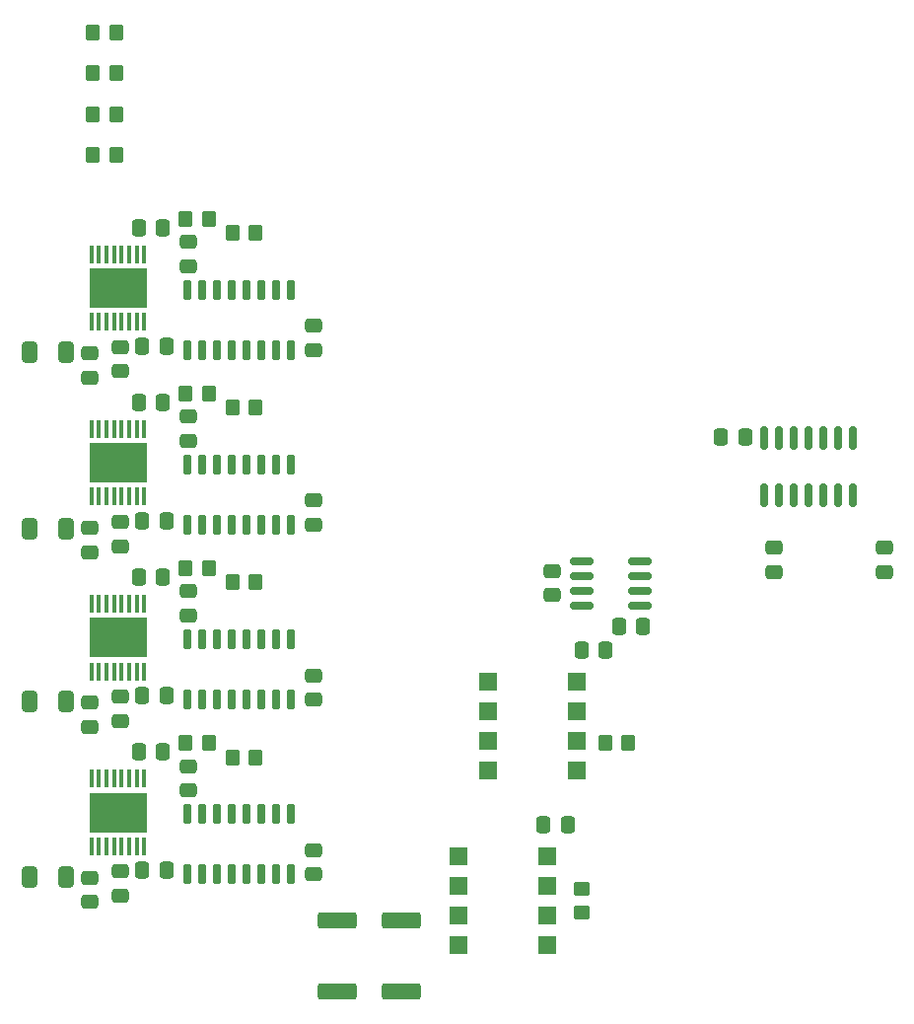
<source format=gbr>
%TF.GenerationSoftware,KiCad,Pcbnew,8.0.6*%
%TF.CreationDate,2024-11-16T18:30:06-05:00*%
%TF.ProjectId,LCC_Booster,4c43435f-426f-46f7-9374-65722e6b6963,4*%
%TF.SameCoordinates,Original*%
%TF.FileFunction,Paste,Top*%
%TF.FilePolarity,Positive*%
%FSLAX46Y46*%
G04 Gerber Fmt 4.6, Leading zero omitted, Abs format (unit mm)*
G04 Created by KiCad (PCBNEW 8.0.6) date 2024-11-16 18:30:06*
%MOMM*%
%LPD*%
G01*
G04 APERTURE LIST*
G04 Aperture macros list*
%AMRoundRect*
0 Rectangle with rounded corners*
0 $1 Rounding radius*
0 $2 $3 $4 $5 $6 $7 $8 $9 X,Y pos of 4 corners*
0 Add a 4 corners polygon primitive as box body*
4,1,4,$2,$3,$4,$5,$6,$7,$8,$9,$2,$3,0*
0 Add four circle primitives for the rounded corners*
1,1,$1+$1,$2,$3*
1,1,$1+$1,$4,$5*
1,1,$1+$1,$6,$7*
1,1,$1+$1,$8,$9*
0 Add four rect primitives between the rounded corners*
20,1,$1+$1,$2,$3,$4,$5,0*
20,1,$1+$1,$4,$5,$6,$7,0*
20,1,$1+$1,$6,$7,$8,$9,0*
20,1,$1+$1,$8,$9,$2,$3,0*%
G04 Aperture macros list end*
%ADD10C,0.000000*%
%ADD11RoundRect,0.250000X0.450000X-0.350000X0.450000X0.350000X-0.450000X0.350000X-0.450000X-0.350000X0*%
%ADD12RoundRect,0.250000X-0.350000X-0.450000X0.350000X-0.450000X0.350000X0.450000X-0.350000X0.450000X0*%
%ADD13RoundRect,0.250000X-0.337500X-0.475000X0.337500X-0.475000X0.337500X0.475000X-0.337500X0.475000X0*%
%ADD14RoundRect,0.250000X0.475000X-0.337500X0.475000X0.337500X-0.475000X0.337500X-0.475000X-0.337500X0*%
%ADD15RoundRect,0.250000X0.337500X0.475000X-0.337500X0.475000X-0.337500X-0.475000X0.337500X-0.475000X0*%
%ADD16RoundRect,0.250000X-0.475000X0.337500X-0.475000X-0.337500X0.475000X-0.337500X0.475000X0.337500X0*%
%ADD17RoundRect,0.250000X0.412500X0.650000X-0.412500X0.650000X-0.412500X-0.650000X0.412500X-0.650000X0*%
%ADD18R,1.600000X1.600000*%
%ADD19R,0.449999X1.500000*%
%ADD20R,5.000000X3.400001*%
%ADD21RoundRect,0.150000X-0.150000X0.725000X-0.150000X-0.725000X0.150000X-0.725000X0.150000X0.725000X0*%
%ADD22RoundRect,0.150000X0.150000X-0.825000X0.150000X0.825000X-0.150000X0.825000X-0.150000X-0.825000X0*%
%ADD23RoundRect,0.249999X1.425001X-0.450001X1.425001X0.450001X-1.425001X0.450001X-1.425001X-0.450001X0*%
%ADD24RoundRect,0.150000X-0.825000X-0.150000X0.825000X-0.150000X0.825000X0.150000X-0.825000X0.150000X0*%
G04 APERTURE END LIST*
D10*
%TO.C,U8*%
G36*
X44405401Y-90458446D02*
G01*
X44414631Y-90461245D01*
X44423135Y-90465791D01*
X44430593Y-90471910D01*
X44436712Y-90479368D01*
X44441258Y-90487872D01*
X44444057Y-90497102D01*
X44445002Y-90506701D01*
X44445002Y-92868301D01*
X44444057Y-92877900D01*
X44441258Y-92887130D01*
X44436712Y-92895634D01*
X44430593Y-92903092D01*
X44423135Y-92909211D01*
X44414631Y-92913757D01*
X44405401Y-92916556D01*
X44395802Y-92917501D01*
X40944202Y-92917501D01*
X40934603Y-92916556D01*
X40925373Y-92913757D01*
X40916869Y-92909211D01*
X40909411Y-92903092D01*
X40903292Y-92895634D01*
X40898746Y-92887130D01*
X40895947Y-92877900D01*
X40895002Y-92868301D01*
X40895002Y-90506701D01*
X40895947Y-90497102D01*
X40898746Y-90487872D01*
X40903292Y-90479368D01*
X40909411Y-90471910D01*
X40916869Y-90465791D01*
X40925373Y-90461245D01*
X40934603Y-90458446D01*
X40944202Y-90457501D01*
X44395802Y-90457501D01*
X44405401Y-90458446D01*
G37*
%TO.C,U6*%
G36*
X44405401Y-75458446D02*
G01*
X44414631Y-75461245D01*
X44423135Y-75465791D01*
X44430593Y-75471910D01*
X44436712Y-75479368D01*
X44441258Y-75487872D01*
X44444057Y-75497102D01*
X44445002Y-75506701D01*
X44445002Y-77868301D01*
X44444057Y-77877900D01*
X44441258Y-77887130D01*
X44436712Y-77895634D01*
X44430593Y-77903092D01*
X44423135Y-77909211D01*
X44414631Y-77913757D01*
X44405401Y-77916556D01*
X44395802Y-77917501D01*
X40944202Y-77917501D01*
X40934603Y-77916556D01*
X40925373Y-77913757D01*
X40916869Y-77909211D01*
X40909411Y-77903092D01*
X40903292Y-77895634D01*
X40898746Y-77887130D01*
X40895947Y-77877900D01*
X40895002Y-77868301D01*
X40895002Y-75506701D01*
X40895947Y-75497102D01*
X40898746Y-75487872D01*
X40903292Y-75479368D01*
X40909411Y-75471910D01*
X40916869Y-75465791D01*
X40925373Y-75461245D01*
X40934603Y-75458446D01*
X40944202Y-75457501D01*
X44395802Y-75457501D01*
X44405401Y-75458446D01*
G37*
%TO.C,U4*%
G36*
X44405401Y-60458446D02*
G01*
X44414631Y-60461245D01*
X44423135Y-60465791D01*
X44430593Y-60471910D01*
X44436712Y-60479368D01*
X44441258Y-60487872D01*
X44444057Y-60497102D01*
X44445002Y-60506701D01*
X44445002Y-62868301D01*
X44444057Y-62877900D01*
X44441258Y-62887130D01*
X44436712Y-62895634D01*
X44430593Y-62903092D01*
X44423135Y-62909211D01*
X44414631Y-62913757D01*
X44405401Y-62916556D01*
X44395802Y-62917501D01*
X40944202Y-62917501D01*
X40934603Y-62916556D01*
X40925373Y-62913757D01*
X40916869Y-62909211D01*
X40909411Y-62903092D01*
X40903292Y-62895634D01*
X40898746Y-62887130D01*
X40895947Y-62877900D01*
X40895002Y-62868301D01*
X40895002Y-60506701D01*
X40895947Y-60497102D01*
X40898746Y-60487872D01*
X40903292Y-60479368D01*
X40909411Y-60471910D01*
X40916869Y-60465791D01*
X40925373Y-60461245D01*
X40934603Y-60458446D01*
X40944202Y-60457501D01*
X44395802Y-60457501D01*
X44405401Y-60458446D01*
G37*
%TO.C,U2*%
G36*
X44405401Y-45458446D02*
G01*
X44414631Y-45461245D01*
X44423135Y-45465791D01*
X44430593Y-45471910D01*
X44436712Y-45479368D01*
X44441258Y-45487872D01*
X44444057Y-45497102D01*
X44445002Y-45506701D01*
X44445002Y-47868301D01*
X44444057Y-47877900D01*
X44441258Y-47887130D01*
X44436712Y-47895634D01*
X44430593Y-47903092D01*
X44423135Y-47909211D01*
X44414631Y-47913757D01*
X44405401Y-47916556D01*
X44395802Y-47917501D01*
X40944202Y-47917501D01*
X40934603Y-47916556D01*
X40925373Y-47913757D01*
X40916869Y-47909211D01*
X40909411Y-47903092D01*
X40903292Y-47895634D01*
X40898746Y-47887130D01*
X40895947Y-47877900D01*
X40895002Y-47868301D01*
X40895002Y-45506701D01*
X40895947Y-45497102D01*
X40898746Y-45487872D01*
X40903292Y-45479368D01*
X40909411Y-45471910D01*
X40916869Y-45465791D01*
X40925373Y-45461245D01*
X40934603Y-45458446D01*
X40944202Y-45457501D01*
X44395802Y-45457501D01*
X44405401Y-45458446D01*
G37*
%TD*%
D11*
%TO.C,R16*%
X82500000Y-100250000D03*
X82500000Y-98250000D03*
%TD*%
D12*
%TO.C,R13*%
X84500000Y-85750000D03*
X86500000Y-85750000D03*
%TD*%
%TO.C,R12*%
X52500000Y-86950000D03*
X54500000Y-86950000D03*
%TD*%
%TO.C,R11*%
X48500000Y-85750000D03*
X50500000Y-85750000D03*
%TD*%
%TO.C,R9*%
X52500000Y-71950000D03*
X54500000Y-71950000D03*
%TD*%
%TO.C,R8*%
X48500000Y-70750000D03*
X50500000Y-70750000D03*
%TD*%
%TO.C,R6*%
X52500000Y-56950000D03*
X54500000Y-56950000D03*
%TD*%
%TO.C,R5*%
X48500000Y-55750000D03*
X50500000Y-55750000D03*
%TD*%
%TO.C,R3*%
X52500000Y-41950000D03*
X54500000Y-41950000D03*
%TD*%
%TO.C,R2*%
X48500000Y-40750000D03*
X50500000Y-40750000D03*
%TD*%
D13*
%TO.C,C35*%
X79212500Y-92750000D03*
X81287500Y-92750000D03*
%TD*%
%TO.C,C34*%
X82462500Y-77750000D03*
X84537500Y-77750000D03*
%TD*%
D14*
%TO.C,C33*%
X80000000Y-73037500D03*
X80000000Y-70962500D03*
%TD*%
D15*
%TO.C,C32*%
X96537500Y-59500000D03*
X94462500Y-59500000D03*
%TD*%
%TO.C,C31*%
X87787500Y-75750000D03*
X85712500Y-75750000D03*
%TD*%
D14*
%TO.C,C30*%
X108500000Y-71037500D03*
X108500000Y-68962500D03*
%TD*%
%TO.C,C29*%
X99000000Y-71037500D03*
X99000000Y-68962500D03*
%TD*%
D16*
%TO.C,C28*%
X48750000Y-87712500D03*
X48750000Y-89787500D03*
%TD*%
D13*
%TO.C,C27*%
X44750000Y-96656808D03*
X46825000Y-96656808D03*
%TD*%
D16*
%TO.C,C26*%
X40235532Y-97273779D03*
X40235532Y-99348779D03*
%TD*%
D14*
%TO.C,C24*%
X42874346Y-98825000D03*
X42874346Y-96750000D03*
%TD*%
D13*
%TO.C,C23*%
X44462500Y-86500000D03*
X46537500Y-86500000D03*
%TD*%
D14*
%TO.C,C22*%
X59500000Y-97000000D03*
X59500000Y-94925000D03*
%TD*%
D16*
%TO.C,C21*%
X48750000Y-72712500D03*
X48750000Y-74787500D03*
%TD*%
D13*
%TO.C,C20*%
X44750000Y-81656808D03*
X46825000Y-81656808D03*
%TD*%
D16*
%TO.C,C19*%
X40235532Y-82273779D03*
X40235532Y-84348779D03*
%TD*%
D14*
%TO.C,C17*%
X42874346Y-83825000D03*
X42874346Y-81750000D03*
%TD*%
D13*
%TO.C,C16*%
X44462500Y-71500000D03*
X46537500Y-71500000D03*
%TD*%
D14*
%TO.C,C15*%
X59500000Y-82000000D03*
X59500000Y-79925000D03*
%TD*%
D16*
%TO.C,C14*%
X48750000Y-57712500D03*
X48750000Y-59787500D03*
%TD*%
D13*
%TO.C,C13*%
X44750000Y-66656808D03*
X46825000Y-66656808D03*
%TD*%
D16*
%TO.C,C12*%
X40235532Y-67273779D03*
X40235532Y-69348779D03*
%TD*%
D14*
%TO.C,C10*%
X42874346Y-68825000D03*
X42874346Y-66750000D03*
%TD*%
D13*
%TO.C,C9*%
X44462500Y-56500000D03*
X46537500Y-56500000D03*
%TD*%
D14*
%TO.C,C8*%
X59500000Y-67000000D03*
X59500000Y-64925000D03*
%TD*%
D16*
%TO.C,C7*%
X48750000Y-42712500D03*
X48750000Y-44787500D03*
%TD*%
D13*
%TO.C,C6*%
X44750000Y-51656808D03*
X46825000Y-51656808D03*
%TD*%
D16*
%TO.C,C5*%
X40235532Y-52273779D03*
X40235532Y-54348779D03*
%TD*%
D14*
%TO.C,C3*%
X42874346Y-53825000D03*
X42874346Y-51750000D03*
%TD*%
D13*
%TO.C,C2*%
X44462500Y-41500000D03*
X46537500Y-41500000D03*
%TD*%
D14*
%TO.C,C1*%
X59500000Y-52000000D03*
X59500000Y-49925000D03*
%TD*%
D17*
%TO.C,C18*%
X38232502Y-82187501D03*
X35107502Y-82187501D03*
%TD*%
D18*
%TO.C,U12*%
X71940000Y-95440000D03*
X71940000Y-97980000D03*
X71940000Y-100520000D03*
X71940000Y-103060000D03*
X79560000Y-103060000D03*
X79560000Y-100520000D03*
X79560000Y-97980000D03*
X79560000Y-95440000D03*
%TD*%
D17*
%TO.C,C11*%
X38209681Y-67314510D03*
X35084681Y-67314510D03*
%TD*%
D12*
%TO.C,R4*%
X40500000Y-28250000D03*
X42500000Y-28250000D03*
%TD*%
D19*
%TO.C,U8*%
X44945001Y-88787502D03*
X44295000Y-88787502D03*
X43645001Y-88787502D03*
X42995000Y-88787502D03*
X42345001Y-88787502D03*
X41695000Y-88787502D03*
X41045001Y-88787502D03*
X40395000Y-88787502D03*
X40395000Y-94587500D03*
X41045001Y-94587500D03*
X41695000Y-94587500D03*
X42345001Y-94587500D03*
X42995000Y-94587500D03*
X43645001Y-94587500D03*
X44295000Y-94587500D03*
X44945001Y-94587500D03*
D20*
X42670002Y-91687501D03*
%TD*%
D21*
%TO.C,U3*%
X57497500Y-61850000D03*
X56227500Y-61850000D03*
X54957500Y-61850000D03*
X53687500Y-61850000D03*
X52417500Y-61850000D03*
X51147500Y-61850000D03*
X49877500Y-61850000D03*
X48607500Y-61850000D03*
X48607500Y-67000000D03*
X49877500Y-67000000D03*
X51147500Y-67000000D03*
X52417500Y-67000000D03*
X53687500Y-67000000D03*
X54957500Y-67000000D03*
X56227500Y-67000000D03*
X57497500Y-67000000D03*
%TD*%
D12*
%TO.C,R1*%
X40500000Y-24750000D03*
X42500000Y-24750000D03*
%TD*%
D21*
%TO.C,U7*%
X57497500Y-91850000D03*
X56227500Y-91850000D03*
X54957500Y-91850000D03*
X53687500Y-91850000D03*
X52417500Y-91850000D03*
X51147500Y-91850000D03*
X49877500Y-91850000D03*
X48607500Y-91850000D03*
X48607500Y-97000000D03*
X49877500Y-97000000D03*
X51147500Y-97000000D03*
X52417500Y-97000000D03*
X53687500Y-97000000D03*
X54957500Y-97000000D03*
X56227500Y-97000000D03*
X57497500Y-97000000D03*
%TD*%
D22*
%TO.C,U9*%
X98190000Y-64475000D03*
X99460000Y-64475000D03*
X100730000Y-64475000D03*
X102000000Y-64475000D03*
X103270000Y-64475000D03*
X104540000Y-64475000D03*
X105810000Y-64475000D03*
X105810000Y-59525000D03*
X104540000Y-59525000D03*
X103270000Y-59525000D03*
X102000000Y-59525000D03*
X100730000Y-59525000D03*
X99460000Y-59525000D03*
X98190000Y-59525000D03*
%TD*%
D19*
%TO.C,U6*%
X44945001Y-73787502D03*
X44295000Y-73787502D03*
X43645001Y-73787502D03*
X42995000Y-73787502D03*
X42345001Y-73787502D03*
X41695000Y-73787502D03*
X41045001Y-73787502D03*
X40395000Y-73787502D03*
X40395000Y-79587500D03*
X41045001Y-79587500D03*
X41695000Y-79587500D03*
X42345001Y-79587500D03*
X42995000Y-79587500D03*
X43645001Y-79587500D03*
X44295000Y-79587500D03*
X44945001Y-79587500D03*
D20*
X42670002Y-76687501D03*
%TD*%
D19*
%TO.C,U4*%
X44945001Y-58787502D03*
X44295000Y-58787502D03*
X43645001Y-58787502D03*
X42995000Y-58787502D03*
X42345001Y-58787502D03*
X41695000Y-58787502D03*
X41045001Y-58787502D03*
X40395000Y-58787502D03*
X40395000Y-64587500D03*
X41045001Y-64587500D03*
X41695000Y-64587500D03*
X42345001Y-64587500D03*
X42995000Y-64587500D03*
X43645001Y-64587500D03*
X44295000Y-64587500D03*
X44945001Y-64587500D03*
D20*
X42670002Y-61687501D03*
%TD*%
D12*
%TO.C,R7*%
X40500000Y-31750000D03*
X42500000Y-31750000D03*
%TD*%
%TO.C,R10*%
X40500000Y-35250000D03*
X42500000Y-35250000D03*
%TD*%
D19*
%TO.C,U2*%
X44945001Y-43787502D03*
X44295000Y-43787502D03*
X43645001Y-43787502D03*
X42995000Y-43787502D03*
X42345001Y-43787502D03*
X41695000Y-43787502D03*
X41045001Y-43787502D03*
X40395000Y-43787502D03*
X40395000Y-49587500D03*
X41045001Y-49587500D03*
X41695000Y-49587500D03*
X42345001Y-49587500D03*
X42995000Y-49587500D03*
X43645001Y-49587500D03*
X44295000Y-49587500D03*
X44945001Y-49587500D03*
D20*
X42670002Y-46687501D03*
%TD*%
D17*
%TO.C,C4*%
X38217934Y-52194636D03*
X35092934Y-52194636D03*
%TD*%
D23*
%TO.C,R14*%
X61500000Y-107050000D03*
X61500000Y-100950000D03*
%TD*%
%TO.C,R15*%
X67000000Y-107050000D03*
X67000000Y-100950000D03*
%TD*%
D17*
%TO.C,C25*%
X38232502Y-97187501D03*
X35107502Y-97187501D03*
%TD*%
D21*
%TO.C,U1*%
X57497500Y-46850000D03*
X56227500Y-46850000D03*
X54957500Y-46850000D03*
X53687500Y-46850000D03*
X52417500Y-46850000D03*
X51147500Y-46850000D03*
X49877500Y-46850000D03*
X48607500Y-46850000D03*
X48607500Y-52000000D03*
X49877500Y-52000000D03*
X51147500Y-52000000D03*
X52417500Y-52000000D03*
X53687500Y-52000000D03*
X54957500Y-52000000D03*
X56227500Y-52000000D03*
X57497500Y-52000000D03*
%TD*%
%TO.C,U5*%
X57497500Y-76850000D03*
X56227500Y-76850000D03*
X54957500Y-76850000D03*
X53687500Y-76850000D03*
X52417500Y-76850000D03*
X51147500Y-76850000D03*
X49877500Y-76850000D03*
X48607500Y-76850000D03*
X48607500Y-82000000D03*
X49877500Y-82000000D03*
X51147500Y-82000000D03*
X52417500Y-82000000D03*
X53687500Y-82000000D03*
X54957500Y-82000000D03*
X56227500Y-82000000D03*
X57497500Y-82000000D03*
%TD*%
D24*
%TO.C,U10*%
X82525000Y-70095000D03*
X82525000Y-71365000D03*
X82525000Y-72635000D03*
X82525000Y-73905000D03*
X87475000Y-73905000D03*
X87475000Y-72635000D03*
X87475000Y-71365000D03*
X87475000Y-70095000D03*
%TD*%
D18*
%TO.C,U11*%
X74440000Y-80440000D03*
X74440000Y-82980000D03*
X74440000Y-85520000D03*
X74440000Y-88060000D03*
X82060000Y-88060000D03*
X82060000Y-85520000D03*
X82060000Y-82980000D03*
X82060000Y-80440000D03*
%TD*%
M02*

</source>
